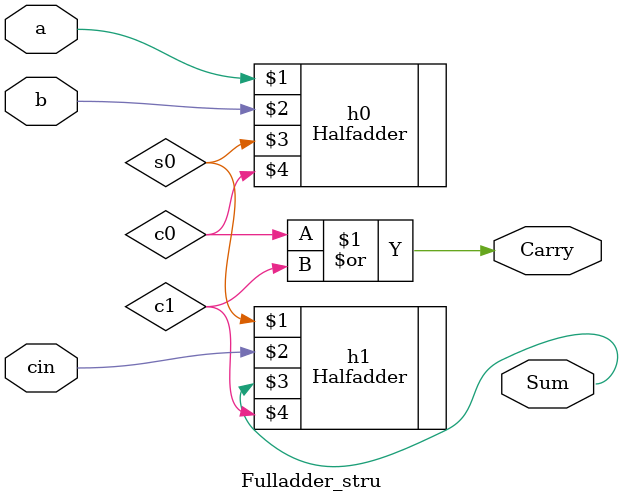
<source format=v>
/*구조적 모델링을 사용한 전가산기 설계 */

module Fulladder_stru(a, b, cin, Sum, Carry);

	input	a, b, cin;
	output	Sum, Carry;

	wire	s0, c0, c1; //모듈 내부에서 하위 모듈간의 내부 연결 신호 
 
          //순서에 의한 포트 맵핑
	Halfadder h0(a, b, s0, c0);
	Halfadder h1(s0, cin, Sum, c1);

         // 이름에 의한 포트 맵핑 14줄
	//Halfadder h0(.x(a), .y(b), .s(s0), .c(c0));
	//Halfadder h1(.x(s0), .y(cin), .s(Sum), .c(c1));


	assign	Carry = c0 | c1; //비트단위 논리 연산자 or -> |

endmodule  
</source>
